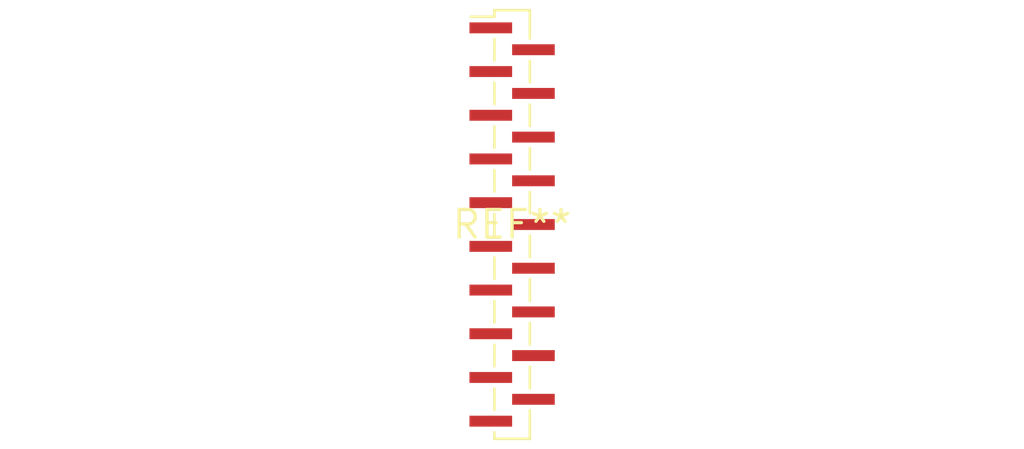
<source format=kicad_pcb>
(kicad_pcb (version 20240108) (generator pcbnew)
  (layers (0 "F.Cu" signal) (31 "B.Cu" signal) (34 "B.Paste" user) (35 "F.Paste" user) (36 "B.SilkS" user "B.Silkscreen") (37 "F.SilkS" user "F.Silkscreen") (38 "B.Mask" user) (39 "F.Mask" user) (44 "Edge.Cuts" user))
  (net 0 "")
  (footprint "PinSocket_1x19_P1.00mm_Vertical_SMD_Pin1Left" (layer "F.Cu") (at 0 0)
    (property "Reference" "REF**")
    (property "Value" "PinSocket_1x19_P1.00mm_Vertical_SMD_Pin1Left")
    (fp_line (start -1.89 -9.51) (end -0.81 -9.51) (layer "F.SilkS") (stroke (width 0.12)))
    (fp_line (start -0.81 -9.81) (end -0.81 -9.51) (layer "F.SilkS") (stroke (width 0.12)))
    (fp_line (start -0.81 -9.81) (end 0.81 -9.81) (layer "F.SilkS") (stroke (width 0.12)))
    (fp_line (start -0.81 -8.49) (end -0.81 -7.51) (layer "F.SilkS") (stroke (width 0.12)))
    (fp_line (start -0.81 -6.49) (end -0.81 -5.51) (layer "F.SilkS") (stroke (width 0.12)))
    (fp_line (start -0.81 -4.49) (end -0.81 -3.51) (layer "F.SilkS") (stroke (width 0.12)))
    (fp_line (start -0.81 -2.49) (end -0.81 -1.51) (layer "F.SilkS") (stroke (width 0.12)))
    (fp_line (start -0.81 -0.49) (end -0.81 0.49) (layer "F.SilkS") (stroke (width 0.12)))
    (fp_line (start -0.81 1.51) (end -0.81 2.49) (layer "F.SilkS") (stroke (width 0.12)))
    (fp_line (start -0.81 3.51) (end -0.81 4.49) (layer "F.SilkS") (stroke (width 0.12)))
    (fp_line (start -0.81 5.51) (end -0.81 6.49) (layer "F.SilkS") (stroke (width 0.12)))
    (fp_line (start -0.81 7.51) (end -0.81 8.49) (layer "F.SilkS") (stroke (width 0.12)))
    (fp_line (start -0.81 9.51) (end -0.81 9.81) (layer "F.SilkS") (stroke (width 0.12)))
    (fp_line (start -0.81 9.81) (end 0.81 9.81) (layer "F.SilkS") (stroke (width 0.12)))
    (fp_line (start 0.81 -9.81) (end 0.81 -8.51) (layer "F.SilkS") (stroke (width 0.12)))
    (fp_line (start 0.81 -7.49) (end 0.81 -6.51) (layer "F.SilkS") (stroke (width 0.12)))
    (fp_line (start 0.81 -5.49) (end 0.81 -4.51) (layer "F.SilkS") (stroke (width 0.12)))
    (fp_line (start 0.81 -3.49) (end 0.81 -2.51) (layer "F.SilkS") (stroke (width 0.12)))
    (fp_line (start 0.81 -1.49) (end 0.81 -0.51) (layer "F.SilkS") (stroke (width 0.12)))
    (fp_line (start 0.81 0.51) (end 0.81 1.49) (layer "F.SilkS") (stroke (width 0.12)))
    (fp_line (start 0.81 2.51) (end 0.81 3.49) (layer "F.SilkS") (stroke (width 0.12)))
    (fp_line (start 0.81 4.51) (end 0.81 5.49) (layer "F.SilkS") (stroke (width 0.12)))
    (fp_line (start 0.81 6.51) (end 0.81 7.49) (layer "F.SilkS") (stroke (width 0.12)))
    (fp_line (start 0.81 8.51) (end 0.81 9.81) (layer "F.SilkS") (stroke (width 0.12)))
    (pad "1" smd rect (at -0.975 -9) (size 1.95 0.5) (layers "F.Cu" "F.Paste" "F.Mask"))
    (pad "2" smd rect (at 0.975 -8) (size 1.95 0.5) (layers "F.Cu" "F.Paste" "F.Mask"))
    (pad "3" smd rect (at -0.975 -7) (size 1.95 0.5) (layers "F.Cu" "F.Paste" "F.Mask"))
    (pad "4" smd rect (at 0.975 -6) (size 1.95 0.5) (layers "F.Cu" "F.Paste" "F.Mask"))
    (pad "5" smd rect (at -0.975 -5) (size 1.95 0.5) (layers "F.Cu" "F.Paste" "F.Mask"))
    (pad "6" smd rect (at 0.975 -4) (size 1.95 0.5) (layers "F.Cu" "F.Paste" "F.Mask"))
    (pad "7" smd rect (at -0.975 -3) (size 1.95 0.5) (layers "F.Cu" "F.Paste" "F.Mask"))
    (pad "8" smd rect (at 0.975 -2) (size 1.95 0.5) (layers "F.Cu" "F.Paste" "F.Mask"))
    (pad "9" smd rect (at -0.975 -1) (size 1.95 0.5) (layers "F.Cu" "F.Paste" "F.Mask"))
    (pad "10" smd rect (at 0.975 0) (size 1.95 0.5) (layers "F.Cu" "F.Paste" "F.Mask"))
    (pad "11" smd rect (at -0.975 1) (size 1.95 0.5) (layers "F.Cu" "F.Paste" "F.Mask"))
    (pad "12" smd rect (at 0.975 2) (size 1.95 0.5) (layers "F.Cu" "F.Paste" "F.Mask"))
    (pad "13" smd rect (at -0.975 3) (size 1.95 0.5) (layers "F.Cu" "F.Paste" "F.Mask"))
    (pad "14" smd rect (at 0.975 4) (size 1.95 0.5) (layers "F.Cu" "F.Paste" "F.Mask"))
    (pad "15" smd rect (at -0.975 5) (size 1.95 0.5) (layers "F.Cu" "F.Paste" "F.Mask"))
    (pad "16" smd rect (at 0.975 6) (size 1.95 0.5) (layers "F.Cu" "F.Paste" "F.Mask"))
    (pad "17" smd rect (at -0.975 7) (size 1.95 0.5) (layers "F.Cu" "F.Paste" "F.Mask"))
    (pad "18" smd rect (at 0.975 8) (size 1.95 0.5) (layers "F.Cu" "F.Paste" "F.Mask"))
    (pad "19" smd rect (at -0.975 9) (size 1.95 0.5) (layers "F.Cu" "F.Paste" "F.Mask"))
  )
)
</source>
